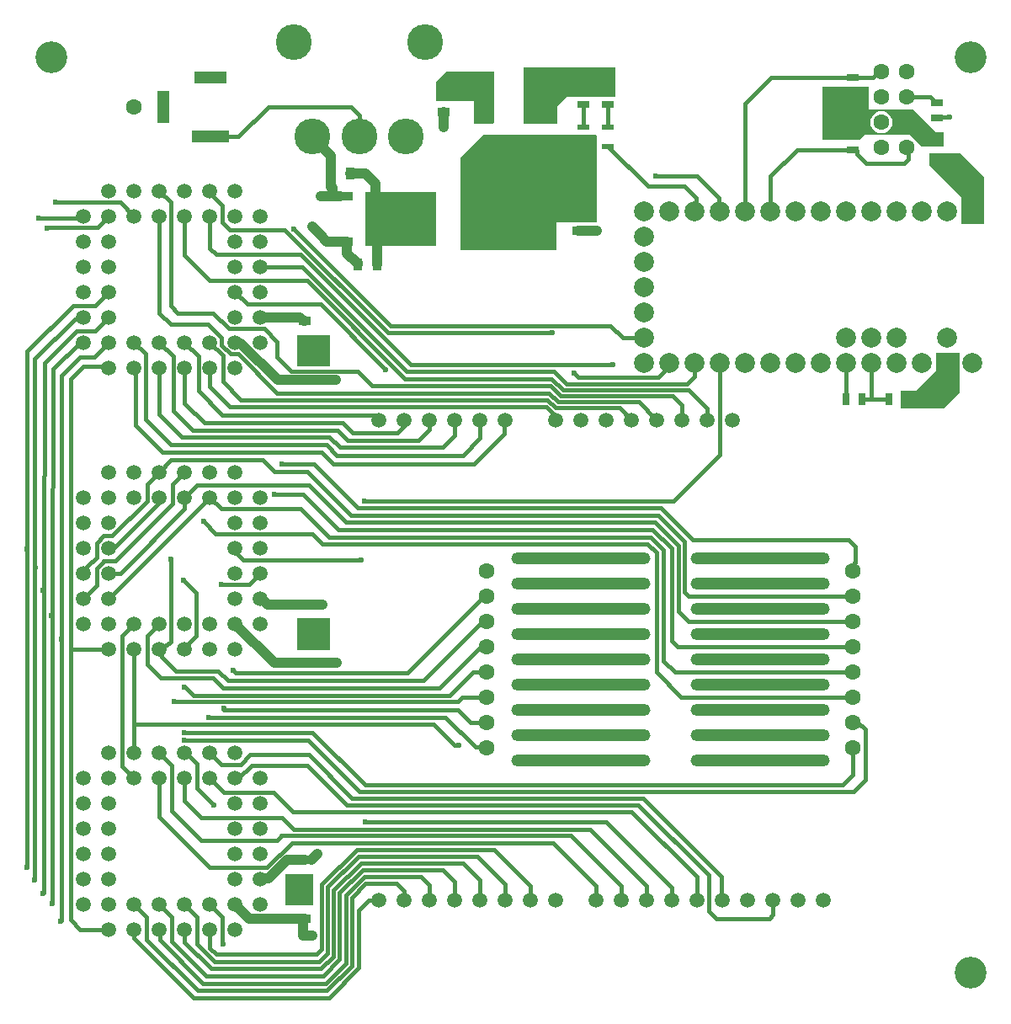
<source format=gtl>
G04*
G04 #@! TF.GenerationSoftware,Altium Limited,Altium Designer,19.0.12 (326)*
G04*
G04 Layer_Physical_Order=1*
G04 Layer_Color=255*
%FSLAX44Y44*%
%MOMM*%
G71*
G01*
G75*
%ADD13R,1.3000X0.9000*%
%ADD14R,7.1000X5.5000*%
%ADD15R,2.6000X0.9500*%
%ADD16R,0.9000X1.3000*%
%ADD17R,8.0000X7.0000*%
%ADD18R,1.6000X3.5000*%
%ADD19R,1.3000X0.7000*%
%ADD20R,1.2000X0.5000*%
%ADD21R,0.7000X1.3000*%
%ADD40C,0.4000*%
%ADD41C,1.0000*%
%ADD42C,1.6000*%
G04:AMPARAMS|DCode=43|XSize=14mm|YSize=1.2mm|CornerRadius=0.6mm|HoleSize=0mm|Usage=FLASHONLY|Rotation=0.000|XOffset=0mm|YOffset=0mm|HoleType=Round|Shape=RoundedRectangle|*
%AMROUNDEDRECTD43*
21,1,14.0000,0.0000,0,0,0.0*
21,1,12.8000,1.2000,0,0,0.0*
1,1,1.2000,6.4000,0.0000*
1,1,1.2000,-6.4000,0.0000*
1,1,1.2000,-6.4000,0.0000*
1,1,1.2000,6.4000,0.0000*
%
%ADD43ROUNDEDRECTD43*%
%ADD44C,2.0000*%
%ADD45C,3.6000*%
%ADD46R,1.3000X3.2000*%
%ADD47R,3.2000X1.3000*%
%ADD48R,3.7000X1.3000*%
%ADD49C,1.5000*%
%ADD50C,3.2000*%
%ADD51C,0.6000*%
G36*
X303530Y107296D02*
X275844D01*
Y138792D01*
X303530D01*
Y107296D01*
D02*
G37*
G36*
X320040Y364224D02*
X287020D01*
Y395720D01*
X320040D01*
Y364224D01*
D02*
G37*
G36*
Y649598D02*
X287020D01*
Y680720D01*
X320040D01*
Y649598D01*
D02*
G37*
G36*
X953770Y654743D02*
X953488Y652600D01*
X953770Y650457D01*
Y623824D01*
X954024Y623316D01*
X937514Y606806D01*
X894080D01*
Y624840D01*
X909320D01*
X929640Y645160D01*
Y662940D01*
X953770D01*
Y654743D01*
D02*
G37*
G36*
X485140Y894094D02*
X484236Y893201D01*
X464820Y893444D01*
Y915597D01*
X427618Y915597D01*
X426720Y916495D01*
X426720Y924500D01*
Y935240D01*
X436880Y945400D01*
X485140D01*
Y894094D01*
D02*
G37*
G36*
X607060Y949452D02*
X607314Y949347D01*
Y920242D01*
X558438D01*
X549148Y910952D01*
X549148Y893444D01*
X516267Y893197D01*
X515366Y894091D01*
X515366Y949198D01*
X515471Y949452D01*
X607060D01*
D02*
G37*
G36*
X588518Y880828D02*
Y794258D01*
X548132Y794258D01*
X548132Y766064D01*
X452218Y766064D01*
X451323Y766965D01*
X451917Y858522D01*
Y859139D01*
X474980Y881888D01*
X587458Y881888D01*
X588518Y880828D01*
D02*
G37*
G36*
X862584Y930656D02*
X862584Y907796D01*
X906272Y907796D01*
X921410Y892658D01*
Y892400D01*
X921668D01*
X929767Y884301D01*
X937969D01*
X938022Y884174D01*
Y870204D01*
X915670Y870204D01*
X903732Y882142D01*
X857758Y882142D01*
X852932Y877316D01*
X815469D01*
Y930656D01*
X819658D01*
X862584Y930656D01*
D02*
G37*
G36*
X977900Y839470D02*
Y792480D01*
X955040D01*
Y819150D01*
X923290Y850900D01*
Y863600D01*
X953770D01*
X977900Y839470D01*
D02*
G37*
%LPC*%
G36*
X875000Y905695D02*
X872128Y905317D01*
X869453Y904209D01*
X867155Y902445D01*
X865391Y900147D01*
X864283Y897472D01*
X863905Y894600D01*
X864283Y891728D01*
X865391Y889053D01*
X867155Y886755D01*
X869453Y884992D01*
X872128Y883883D01*
X875000Y883505D01*
X877872Y883883D01*
X880547Y884992D01*
X882845Y886755D01*
X884609Y889053D01*
X885717Y891728D01*
X886095Y894600D01*
X885717Y897472D01*
X884609Y900147D01*
X882845Y902445D01*
X880547Y904209D01*
X877872Y905317D01*
X875000Y905695D01*
D02*
G37*
%LPD*%
D13*
X295000Y694500D02*
D03*
Y675500D02*
D03*
Y635500D02*
D03*
Y654500D02*
D03*
X435000Y923500D02*
D03*
Y904500D02*
D03*
X570000Y804500D02*
D03*
Y785500D02*
D03*
X295000Y350500D02*
D03*
Y369500D02*
D03*
X294894Y152654D02*
D03*
Y133654D02*
D03*
Y93654D02*
D03*
Y112654D02*
D03*
X930910Y876250D02*
D03*
Y857250D02*
D03*
X295000Y390500D02*
D03*
Y409500D02*
D03*
D14*
X391382Y797560D02*
D03*
D15*
X330882Y774760D02*
D03*
Y820360D02*
D03*
D16*
X348640Y751840D02*
D03*
X367640D02*
D03*
X321360Y843280D02*
D03*
X340360D02*
D03*
D17*
X500000Y811000D02*
D03*
D18*
X475000Y914000D02*
D03*
X525000D02*
D03*
D19*
X575000Y927750D02*
D03*
Y912250D02*
D03*
X600000Y927750D02*
D03*
Y912250D02*
D03*
X930910Y898900D02*
D03*
Y914400D02*
D03*
X845900Y924500D02*
D03*
Y940000D02*
D03*
Y882650D02*
D03*
Y867150D02*
D03*
D20*
X600000Y889500D02*
D03*
Y870500D02*
D03*
X575000Y889500D02*
D03*
Y870500D02*
D03*
D21*
X839600Y615950D02*
D03*
X855100D02*
D03*
X882650D02*
D03*
X898150D02*
D03*
D40*
X23453Y133452D02*
Y656929D01*
X241554Y248158D02*
X297942D01*
X228346Y234950D02*
X241554Y248158D01*
X224950Y234950D02*
X228346D01*
X230365Y248850D02*
X240341Y258826D01*
X211050Y248850D02*
X230365D01*
X240341Y258826D02*
X298958D01*
X297942Y248158D02*
X337757Y208344D01*
X298958Y258826D02*
X342773Y215011D01*
X307086Y57912D02*
X312138Y62964D01*
X205994Y57912D02*
X307086D01*
X204343Y50673D02*
X309753D01*
X318138Y59058D01*
X200914Y43434D02*
X311503D01*
X324138Y56069D01*
X313357Y36195D02*
X330138Y52976D01*
X315873Y28956D02*
X336138Y49221D01*
X317119Y21717D02*
X342138Y46736D01*
X319278Y14478D02*
X349250Y44450D01*
Y102362D01*
X196215Y36195D02*
X313357D01*
X330138Y52976D02*
Y119778D01*
X183388Y14478D02*
X319278D01*
X192999Y28956D02*
X315873D01*
X393433Y114328D02*
X395050Y112712D01*
Y121332D01*
X187325Y21717D02*
X317119D01*
X336138Y49221D02*
Y117293D01*
X342138Y46736D02*
Y114808D01*
X136144Y72898D02*
X187325Y21717D01*
X149623Y72331D02*
X192999Y28956D01*
X161544Y70866D02*
X196215Y36195D01*
X161544Y70866D02*
Y95156D01*
X174150Y70198D02*
X200914Y43434D01*
X186944Y68072D02*
X204343Y50673D01*
X199550Y64356D02*
X205994Y57912D01*
X186944Y68072D02*
Y95156D01*
X312138Y62964D02*
Y128496D01*
X199550Y64356D02*
Y82550D01*
X356362Y191008D02*
X598170D01*
X664290Y124888D01*
X581914Y183642D02*
X638890Y126666D01*
X283869Y183642D02*
X581914D01*
X562920Y177236D02*
X613490Y126666D01*
X271153Y177236D02*
X562920D01*
X544407Y170349D02*
X588090Y126666D01*
X281912Y170349D02*
X544407D01*
X347105Y163463D02*
X485253D01*
X522050Y126666D01*
X348855Y156577D02*
X468263D01*
X496650Y128190D01*
X454575Y149691D02*
X471250Y133016D01*
X351508Y149691D02*
X454575D01*
X312138Y128496D02*
X347105Y163463D01*
X318138Y125860D02*
X348855Y156577D01*
X324138Y56069D02*
Y122320D01*
X351508Y149691D01*
X354763Y135918D02*
X412214D01*
X420450Y127682D01*
X330138Y119778D02*
X353107Y142748D01*
X336138Y117293D02*
X354763Y135918D01*
X318138Y59058D02*
Y125860D01*
X271861Y195650D02*
X283869Y183642D01*
X835914Y228346D02*
X845900Y238332D01*
X355854Y228346D02*
X835914D01*
X847027Y221679D02*
X858849Y233501D01*
X349822Y221679D02*
X847027D01*
X342773Y215011D02*
X635635D01*
X714248Y136398D01*
X630364Y208344D02*
X701190Y137518D01*
X337757Y208344D02*
X630364D01*
X623824Y201676D02*
X689690Y135810D01*
X282805Y201676D02*
X623824D01*
X263431Y221050D02*
X282805Y201676D01*
X298450Y273050D02*
X349822Y221679D01*
X303022Y281178D02*
X355854Y228346D01*
X183073Y318516D02*
X440944D01*
X174691Y326898D02*
X183073Y318516D01*
X163972Y312054D02*
X448706D01*
X453131Y316479D01*
X440944Y318516D02*
X464307Y341879D01*
X174150Y326898D02*
X174691D01*
X430784Y325882D02*
X472181Y367279D01*
X213106Y325882D02*
X430784D01*
X472181Y367279D02*
X477600D01*
X202692Y336296D02*
X213106Y325882D01*
X414528Y333248D02*
X473959Y392679D01*
X217678Y333248D02*
X414528D01*
X208026Y342900D02*
X217678Y333248D01*
X213614Y303784D02*
X449326D01*
X462031Y291079D01*
X198374Y296418D02*
X436366D01*
X466576Y266207D01*
X124874Y289052D02*
X424942D01*
X445770Y268224D01*
X123350Y365125D02*
Y368102D01*
Y287528D02*
Y365125D01*
Y287528D02*
X124874Y289052D01*
X173736Y281178D02*
X303022D01*
X313182Y470408D02*
X639986D01*
X302965Y480625D02*
X313182Y470408D01*
X319363Y477689D02*
X642959D01*
X291027Y506025D02*
X319363Y477689D01*
X293116Y520700D02*
X328845Y484971D01*
X645075D01*
X336804Y492252D02*
X647446D01*
X298958Y530098D02*
X336804Y492252D01*
X341655Y499533D02*
X650833D01*
X297629Y543560D02*
X341655Y499533D01*
X186723Y530098D02*
X298958D01*
X303920Y551044D02*
X348149Y506815D01*
X653203D01*
X639986Y470408D02*
X648622Y461772D01*
X642959Y477689D02*
X656115Y464534D01*
X645075Y484971D02*
X663956Y466090D01*
X647446Y492252D02*
X670560Y469138D01*
X663956Y373380D02*
Y466090D01*
X670560Y402844D02*
Y469138D01*
X650833Y499533D02*
X677100Y473266D01*
X653203Y506815D02*
X685378Y474640D01*
X841756D01*
X677100Y422462D02*
Y473266D01*
X148750Y231554D02*
X150448Y233252D01*
X257274Y145288D02*
X281912Y169926D01*
X267019Y172650D02*
X271153Y176784D01*
X353107Y142804D02*
X433832D01*
Y142748D02*
X445850Y130730D01*
X199644Y145288D02*
X257274D01*
X41065Y398778D02*
X41080Y404114D01*
X41042Y390904D02*
X41065Y398778D01*
X32350Y423924D02*
X32364Y429007D01*
X32292Y403858D02*
X32350Y423924D01*
X663956Y373380D02*
X670057Y367279D01*
X670560Y402844D02*
X680725Y392679D01*
X677100Y422462D02*
X681482Y418079D01*
X656115Y353282D02*
Y464534D01*
X465074Y550672D02*
X495985Y581583D01*
X323946Y550672D02*
X465074D01*
X312008Y562610D02*
X323946Y550672D01*
X930910Y898900D02*
X931424Y899414D01*
X943610D01*
X359600Y112712D02*
X369650D01*
X349250Y102362D02*
X359600Y112712D01*
X765890Y97616D02*
Y112712D01*
X762254Y93980D02*
X765890Y97616D01*
X708660Y93980D02*
X762254D01*
X858849Y233501D02*
Y283897D01*
X851667Y291079D02*
X858849Y283897D01*
X845900Y291079D02*
X851667D01*
X845900Y238332D02*
Y265679D01*
X316738Y570230D02*
X327406Y559562D01*
X160020Y570230D02*
X316738D01*
X134620Y595630D02*
X160020Y570230D01*
X152146Y562610D02*
X312008D01*
X124460Y590296D02*
X152146Y562610D01*
X252730Y554990D02*
X264160Y543560D01*
X160815Y554990D02*
X252730D01*
X148750Y542925D02*
X160815Y554990D01*
X319978Y578104D02*
X330392Y567690D01*
X171450Y578104D02*
X319978D01*
X148750Y600804D02*
X171450Y578104D01*
X328010Y584708D02*
X338424Y574294D01*
X182626Y584708D02*
X328010D01*
X162650Y604684D02*
X182626Y584708D01*
X194056Y592328D02*
X333248D01*
X174150Y612234D02*
X194056Y592328D01*
X333248D02*
X343408Y582168D01*
X212344Y599948D02*
X365014D01*
X188050Y624242D02*
X212344Y599948D01*
X365014D02*
X369650Y595312D01*
X148750Y82550D02*
X149623Y81677D01*
Y72331D02*
Y81677D01*
X174150Y70198D02*
Y82550D01*
X123350Y74516D02*
X183388Y14478D01*
X136144Y72898D02*
Y95156D01*
X123350Y74516D02*
Y82550D01*
X387350Y129032D02*
X395050Y121332D01*
X356362Y129032D02*
X387350D01*
X342138Y114808D02*
X356362Y129032D01*
X714248Y113554D02*
Y136398D01*
X701190Y101450D02*
Y137518D01*
X173990Y273050D02*
X298450D01*
X258826Y910336D02*
X341364D01*
X228490Y880000D02*
X258826Y910336D01*
X200000Y880000D02*
X228490D01*
X341364Y910336D02*
X350000Y901700D01*
X848360Y451822D02*
Y468036D01*
X848196Y451658D02*
X848360Y451822D01*
X848196Y445775D02*
Y451658D01*
X845900Y443479D02*
X848196Y445775D01*
X841756Y474640D02*
X848360Y468036D01*
X350000Y880000D02*
Y901700D01*
X701190Y101450D02*
X708660Y93980D01*
X638890Y112712D02*
Y126666D01*
X689690Y112712D02*
Y135810D01*
X664290Y112712D02*
Y124888D01*
X191078Y172650D02*
X267019D01*
X897890Y853440D02*
X901700Y857250D01*
Y867900D01*
X900400Y869200D02*
X901700Y867900D01*
X859610Y853440D02*
X897890D01*
X850400Y862650D02*
X859610Y853440D01*
X850400Y862650D02*
Y865650D01*
X848900Y867150D02*
X850400Y865650D01*
X845900Y867150D02*
X848900D01*
X789940D02*
X845900D01*
X763400Y840610D02*
X789940Y867150D01*
X763400Y805000D02*
Y840610D01*
X764250Y940000D02*
X845900D01*
X738000Y913750D02*
X764250Y940000D01*
X738000Y805000D02*
Y913750D01*
X688340Y806140D02*
Y818657D01*
X687200Y805000D02*
X688340Y806140D01*
X676801Y830196D02*
X688340Y818657D01*
X640304Y830196D02*
X676801D01*
X689610Y840740D02*
X711693Y818657D01*
Y805907D02*
Y818657D01*
Y805907D02*
X712600Y805000D01*
X647700Y840740D02*
X689610D01*
X378438Y683006D02*
X543306D01*
X543560Y683260D01*
X602420Y690260D02*
X614680Y678000D01*
X381083Y690260D02*
X602420D01*
X284229Y787115D02*
X381083Y690260D01*
X401423Y650748D02*
X604520D01*
X614680Y678000D02*
X636400D01*
X540973Y622300D02*
X549828Y613444D01*
X267462Y622300D02*
X540973D01*
X228162Y661600D02*
X267462Y622300D01*
X264160Y520700D02*
X293116D01*
X264160Y543560D02*
X297629D01*
X272034Y551044D02*
X303920D01*
X225806Y340614D02*
X398018D01*
X222758Y343662D02*
X225806Y340614D01*
X398018D02*
X475483Y418079D01*
X173228Y434086D02*
X185650Y421664D01*
Y377928D02*
Y421664D01*
X205683Y480625D02*
X302965D01*
X174150Y517525D02*
X186723Y530098D01*
X211050Y506025D02*
X291027D01*
X453131Y316479D02*
X477600D01*
X466576Y266207D02*
X477072D01*
X68994Y798576D02*
X70010Y797560D01*
X475483Y418079D02*
X477600D01*
X473959Y392679D02*
X477600D01*
X274999Y786445D02*
X378438Y683006D01*
X397510Y644144D02*
X545846D01*
X292354Y749300D02*
X397510Y644144D01*
X250350Y749300D02*
X292354D01*
X395986Y636778D02*
X543465D01*
X297364Y735400D02*
X395986Y636778D01*
X199320Y735400D02*
X297364D01*
X445770Y268224D02*
X450088D01*
X220187Y661600D02*
X228162D01*
X254324Y687000D02*
X267208Y674116D01*
Y658876D02*
Y674116D01*
Y658876D02*
X281584Y644500D01*
X212852Y633730D02*
Y659798D01*
X199550Y673100D02*
X212852Y659798D01*
X600000Y870500D02*
X640304Y830196D01*
X281584Y644500D02*
X348386D01*
X363062Y629824D01*
X541934D01*
X161290Y202438D02*
X191078Y172650D01*
X211017Y429825D02*
X238850D01*
X210820Y430022D02*
X211017Y429825D01*
X238850D02*
X250350Y441325D01*
X193040Y493268D02*
X205683Y480625D01*
X224950Y463136D02*
X233426Y454660D01*
X224950Y463136D02*
Y466725D01*
X233426Y454660D02*
X352044D01*
X219649Y786445D02*
X274999D01*
X212344Y793750D02*
X219649Y786445D01*
X212344Y793750D02*
Y810768D01*
X199550Y823562D02*
X212344Y810768D01*
X199550Y823562D02*
Y825500D01*
X186690Y224790D02*
X203454Y208026D01*
X186690Y224790D02*
Y249174D01*
X175514Y260350D02*
X186690Y249174D01*
X174150Y260350D02*
X175514D01*
X190684Y195650D02*
X271861D01*
X174150Y212184D02*
X190684Y195650D01*
X174150Y212184D02*
Y234950D01*
X161290Y202438D02*
Y247810D01*
X148750Y196182D02*
X199644Y145288D01*
X148750Y196182D02*
Y231554D01*
Y260350D02*
X161290Y247810D01*
X148750Y234950D02*
X150448Y233252D01*
X213450Y221050D02*
X263431D01*
X420450Y112712D02*
Y127682D01*
X199550Y234950D02*
X213450Y221050D01*
X496650Y112712D02*
Y128190D01*
X714248Y113554D02*
X715090Y112712D01*
X199550Y260350D02*
X211050Y248850D01*
X376174Y645922D02*
Y646176D01*
X310896Y711454D02*
X376174Y646176D01*
X237396Y711454D02*
X310896D01*
X224950Y723900D02*
X237396Y711454D01*
X290679Y761492D02*
X401423Y650748D01*
X205740Y761492D02*
X290679D01*
X167386Y702818D02*
X202692D01*
X160250Y709954D02*
X167386Y702818D01*
X160250Y709954D02*
Y814000D01*
X202692Y702818D02*
X218510Y687000D01*
X254324D01*
X354838Y514096D02*
X666242D01*
Y514096D02*
X712600Y560454D01*
Y652600D01*
X680878Y625444D02*
X699516Y606806D01*
X554799Y625444D02*
X680878D01*
X674450Y595312D02*
Y610028D01*
X665034Y619444D02*
X674450Y610028D01*
X552314Y619444D02*
X665034D01*
X699516Y595646D02*
Y606806D01*
X160528Y372693D02*
Y455676D01*
X156401Y368566D02*
X160528Y372693D01*
X155168Y368566D02*
X156401D01*
X151727Y365125D02*
X155168Y368566D01*
X148750Y365125D02*
X151727D01*
X174150Y366428D02*
X185650Y377928D01*
X174150Y365125D02*
Y366428D01*
X462031Y291079D02*
X477600D01*
X464307Y341879D02*
X477600D01*
X165100Y342900D02*
X208026D01*
X149860Y336296D02*
X202692D01*
X136652Y349504D02*
X149860Y336296D01*
X123350Y260350D02*
Y287528D01*
X150855Y357145D02*
X165100Y342900D01*
X150855Y357145D02*
Y363020D01*
X148750Y365125D02*
X150855Y363020D01*
X174150Y760570D02*
X199320Y735400D01*
X566166Y642112D02*
X570230Y638048D01*
X651002D01*
X661800Y648846D01*
Y652600D01*
X558546Y631444D02*
X679704D01*
X545846Y644144D02*
X558546Y631444D01*
X543465Y636778D02*
X554799Y625444D01*
X541934Y629824D02*
X552314Y619444D01*
X539091Y615696D02*
X547343Y607444D01*
X230886Y615696D02*
X539091D01*
X543674Y602064D02*
Y602628D01*
X537972Y608330D02*
X543674Y602628D01*
X219964Y608330D02*
X537972D01*
X549828Y613444D02*
X630918D01*
X547343Y607444D02*
X611518D01*
X679704Y631444D02*
X687200Y638940D01*
X630918Y613444D02*
X649050Y595312D01*
X611518Y607444D02*
X623650Y595312D01*
X687200Y638940D02*
Y652600D01*
X543674Y602064D02*
X547450Y598288D01*
Y595312D02*
Y598288D01*
X212852Y633730D02*
X230886Y615696D01*
X199550Y628744D02*
X219964Y608330D01*
X699516Y595646D02*
X699850Y595312D01*
X872057Y945400D02*
X875000D01*
X866657Y940000D02*
X872057Y945400D01*
X845900Y940000D02*
X866657D01*
X924067Y920000D02*
X926410Y917657D01*
Y915900D02*
Y917657D01*
Y915900D02*
X927910Y914400D01*
X930910D01*
X900400Y920000D02*
X924067D01*
X575000Y889500D02*
Y912250D01*
X600000Y889500D02*
Y912250D01*
X864362Y615950D02*
X882650D01*
X855100D02*
X864362D01*
X865000Y616588D01*
Y652600D01*
X839600Y615950D02*
Y652600D01*
X199550Y767682D02*
X205740Y761492D01*
X199550Y767682D02*
Y800100D01*
X148750Y825500D02*
X160250Y814000D01*
X174150Y760570D02*
Y800100D01*
X160020Y691642D02*
X197271D01*
X211050Y670737D02*
X220187Y661600D01*
X211050Y670737D02*
Y677863D01*
X197271Y691642D02*
X211050Y677863D01*
X148750Y702912D02*
X160020Y691642D01*
X148750Y702912D02*
Y800100D01*
X477072Y266207D02*
X477600Y265679D01*
X136652Y349504D02*
Y378427D01*
X148750Y390525D01*
X495985Y581583D02*
Y594647D01*
X453898Y559562D02*
X471250Y576914D01*
X327406Y559562D02*
X453898D01*
X433578Y567690D02*
X445850Y579962D01*
X330392Y567690D02*
X433578D01*
X395050Y588852D02*
Y595312D01*
X388366Y582168D02*
X395050Y588852D01*
X343408Y582168D02*
X388366D01*
X420450Y585550D02*
Y595312D01*
X409194Y574294D02*
X420450Y585550D01*
X338424Y574294D02*
X409194D01*
X199550Y628744D02*
Y647700D01*
X136750Y530925D02*
X148750Y542925D01*
X188050Y624242D02*
Y659200D01*
X174150Y673100D02*
X188050Y659200D01*
X174150Y612234D02*
Y647700D01*
X471250Y576914D02*
Y595312D01*
X445850Y579962D02*
Y595312D01*
X124460Y590296D02*
Y646590D01*
X123350Y647700D02*
X124460Y646590D01*
X162650Y604684D02*
Y659200D01*
X148750Y673100D02*
X162650Y659200D01*
X148750Y600804D02*
Y647700D01*
X134620Y595630D02*
Y642707D01*
X134850Y642937D01*
Y661600D01*
X123350Y673100D02*
X134850Y661600D01*
X495985Y594647D02*
X496650Y595312D01*
X199550Y517525D02*
X211050Y506025D01*
X656115Y353282D02*
X667517Y341879D01*
X648622Y341470D02*
Y461772D01*
Y341470D02*
X673613Y316479D01*
X148750Y512224D02*
Y517525D01*
X103251Y466725D02*
X148750Y512224D01*
X97950Y466725D02*
X103251D01*
X136750Y513954D02*
Y530925D01*
X101521Y478725D02*
X136750Y513954D01*
X92979Y478725D02*
X101521D01*
X85598Y457200D02*
Y471344D01*
X92979Y478725D01*
X76743Y448345D02*
X85598Y457200D01*
X72550Y444031D02*
X76743Y448224D01*
Y448345D01*
X72550Y441325D02*
Y444031D01*
X681482Y418079D02*
X845900D01*
X174150Y506312D02*
Y517525D01*
Y506312D02*
X174242Y506220D01*
X109347Y441325D02*
X174242Y506220D01*
X100656Y441325D02*
X109347D01*
X100402Y441071D02*
X100656Y441325D01*
X100236Y441071D02*
X100402D01*
X680725Y392679D02*
X845900D01*
X162150Y530925D02*
X174150Y542925D01*
X162150Y510892D02*
Y530925D01*
X92845Y453325D02*
X104583D01*
X162150Y510892D01*
X92845Y453190D02*
Y453325D01*
X85950Y446296D02*
X92845Y453190D01*
X85950Y429325D02*
Y446296D01*
X72550Y415925D02*
X85950Y429325D01*
X670057Y367279D02*
X845900D01*
X97950Y415925D02*
X199550Y517525D01*
X667517Y341879D02*
X845900D01*
X673613Y316479D02*
X845900D01*
X27178Y798576D02*
X68994D01*
X35814Y788162D02*
X36197Y788545D01*
X44126Y814000D02*
X109450D01*
X123350Y800100D01*
X86395Y788545D02*
X97950Y800100D01*
X36197Y788545D02*
X86395D01*
X70010Y797560D02*
X72550Y800100D01*
X16002Y145796D02*
Y465074D01*
X15748Y145542D02*
X16002Y145796D01*
Y465074D02*
Y664718D01*
X61784Y710500D01*
X23453Y656929D02*
X63500Y696976D01*
X65848Y685100D02*
X84550D01*
X32992Y652244D02*
X65848Y685100D01*
X32992Y647351D02*
Y652244D01*
X71026Y696976D02*
X72550Y698500D01*
X63500Y696976D02*
X71026D01*
X22860Y132859D02*
X23453Y133452D01*
X22860Y132588D02*
Y132859D01*
X50292Y91965D02*
Y374650D01*
Y639826D01*
X41007Y110068D02*
Y378793D01*
X49784Y91457D02*
X50292Y91965D01*
Y639826D02*
X68834Y658368D01*
X41080Y404114D02*
X41776Y646296D01*
X32364Y429007D02*
X32992Y647351D01*
X41007Y378793D02*
X41042Y390904D01*
X41776Y646296D02*
X68580Y673100D01*
X59316Y636404D02*
X72136Y649224D01*
X59316Y92576D02*
Y636404D01*
X60198Y365125D02*
X97950D01*
X49784Y91186D02*
Y91457D01*
X83218Y658368D02*
X97950Y673100D01*
X68834Y658368D02*
X83218D01*
X97950Y517525D02*
Y519270D01*
X199550Y390525D02*
X202256D01*
X68580Y673100D02*
X72550D01*
X32230Y382429D02*
X32292Y403858D01*
X61784Y710500D02*
X84550D01*
X97950Y723900D01*
X41007Y110068D02*
X41211Y109864D01*
Y109157D02*
Y109864D01*
Y109157D02*
X41402Y108966D01*
X32230Y120313D02*
Y382429D01*
X31941Y120024D02*
X32230Y120313D01*
X31941Y119317D02*
Y120024D01*
X31750Y119126D02*
X31941Y119317D01*
X84550Y685100D02*
X97950Y698500D01*
X59316Y92576D02*
X69342Y82550D01*
X97950D01*
X72136Y649224D02*
X96426D01*
X97950Y647700D01*
Y107602D02*
Y107950D01*
X111252Y247048D02*
Y378427D01*
X123350Y390525D01*
X111252Y247048D02*
X123350Y234950D01*
X174150Y260350D02*
Y262034D01*
X613490Y112712D02*
Y126666D01*
X588090Y112712D02*
Y126666D01*
X471250Y112712D02*
Y133016D01*
X445850Y112712D02*
Y130730D01*
X522050Y112712D02*
Y126666D01*
X212344Y68834D02*
X212598Y68580D01*
X212344Y68834D02*
Y95156D01*
X199550Y107950D02*
X212344Y95156D01*
X174150Y107950D02*
X186944Y95156D01*
X148750Y107950D02*
X161544Y95156D01*
X123350Y107950D02*
X136144Y95156D01*
D41*
X277368Y152654D02*
X294894D01*
X259021Y134307D02*
X277368Y152654D01*
X301998Y153154D02*
X307594Y158750D01*
X309850Y782350D02*
X317440Y774760D01*
X302260Y789940D02*
X309850Y782350D01*
X251307Y134307D02*
X259021D01*
X250350Y133350D02*
X251307Y134307D01*
X258128Y409500D02*
X295000D01*
X317440Y774760D02*
X330882D01*
X323132Y820360D02*
X330882D01*
X310896D02*
X323132D01*
X321360Y829882D02*
Y843280D01*
X322882Y820610D02*
X323132Y820360D01*
X322882Y820610D02*
Y828360D01*
X321360Y829882D02*
X322882Y828360D01*
X307594Y874908D02*
X321360Y861142D01*
X307594Y874908D02*
Y875406D01*
X303000Y880000D02*
X307594Y875406D01*
X267690Y635254D02*
X317246D01*
X264447Y351028D02*
X327406D01*
X367640Y751840D02*
Y797560D01*
X388260D02*
X391382D01*
X367640D02*
X388260D01*
X348640Y751840D02*
Y752840D01*
X348140Y753340D02*
X348640Y752840D01*
X347140Y753340D02*
X348140D01*
X337783Y762697D02*
X347140Y753340D01*
X337783Y762697D02*
Y774510D01*
X337533Y774760D02*
X337783Y774510D01*
X330882Y774760D02*
X337533D01*
X365760Y820060D02*
X388260Y797560D01*
X365760Y820060D02*
Y833120D01*
X355600Y843280D02*
X365760Y833120D01*
X340360Y843280D02*
X355600D01*
X321360D02*
Y861142D01*
X435000Y896366D02*
Y904500D01*
Y889420D02*
Y896366D01*
X581660Y785500D02*
X588386D01*
X570000D02*
X581660D01*
X317246Y635254D02*
X326390D01*
X230801Y672143D02*
X267690Y635254D01*
X293624Y76962D02*
Y93154D01*
Y76962D02*
X303000D01*
X293624Y93154D02*
X293920Y93450D01*
X294690D01*
X239450D02*
X293920D01*
X224950Y107950D02*
X239450Y93450D01*
X294690D02*
X294894Y93654D01*
X295052Y409448D02*
X312420D01*
X295000Y409500D02*
X295052Y409448D01*
X250350Y698500D02*
X290000D01*
X294000Y694500D01*
X295000D01*
X224950Y390525D02*
X264447Y351028D01*
X251703Y415925D02*
X258128Y409500D01*
X250350Y415925D02*
X251703D01*
X224950Y673100D02*
X225907Y672143D01*
X230801D01*
X588518Y785368D02*
X588772D01*
X588386Y785500D02*
X588518Y785368D01*
D42*
X477600Y443479D02*
D03*
Y418079D02*
D03*
Y392679D02*
D03*
Y367279D02*
D03*
Y341879D02*
D03*
Y316479D02*
D03*
Y291079D02*
D03*
Y265679D02*
D03*
X845900D02*
D03*
Y291079D02*
D03*
Y316479D02*
D03*
Y341879D02*
D03*
Y367279D02*
D03*
Y392679D02*
D03*
Y418079D02*
D03*
Y443479D02*
D03*
X900400Y869200D02*
D03*
Y894600D02*
D03*
Y920000D02*
D03*
Y945400D02*
D03*
X875000D02*
D03*
Y920000D02*
D03*
Y894600D02*
D03*
Y869200D02*
D03*
X123350Y909800D02*
D03*
D43*
X753190Y430779D02*
D03*
Y456179D02*
D03*
Y405379D02*
D03*
Y379979D02*
D03*
Y354579D02*
D03*
Y329179D02*
D03*
Y303779D02*
D03*
Y278379D02*
D03*
Y252979D02*
D03*
X572850D02*
D03*
Y278379D02*
D03*
Y303779D02*
D03*
Y329179D02*
D03*
Y354579D02*
D03*
Y379979D02*
D03*
Y405379D02*
D03*
Y456179D02*
D03*
Y430779D02*
D03*
D44*
X839600Y678000D02*
D03*
X865000D02*
D03*
X890400D02*
D03*
X941200D02*
D03*
X966600Y652600D02*
D03*
X941200D02*
D03*
X915800D02*
D03*
X890400D02*
D03*
X865000D02*
D03*
X839600D02*
D03*
X814200D02*
D03*
X788800D02*
D03*
X763400D02*
D03*
X738000D02*
D03*
X712600D02*
D03*
X687200D02*
D03*
X661800D02*
D03*
X636400D02*
D03*
Y678000D02*
D03*
Y703400D02*
D03*
Y728800D02*
D03*
Y754200D02*
D03*
Y779600D02*
D03*
Y805000D02*
D03*
X661800D02*
D03*
X687200D02*
D03*
X712600D02*
D03*
X738000D02*
D03*
X763400D02*
D03*
X788800D02*
D03*
X814200D02*
D03*
X839600D02*
D03*
X865000D02*
D03*
X890400D02*
D03*
X915800D02*
D03*
X941200D02*
D03*
X966600D02*
D03*
D45*
X350000Y880000D02*
D03*
X416000Y975300D02*
D03*
X284000D02*
D03*
X397000Y880000D02*
D03*
X303000D02*
D03*
D46*
X153000Y910000D02*
D03*
D47*
X200000Y940000D02*
D03*
D48*
Y880000D02*
D03*
D49*
X547450Y595312D02*
D03*
X572850D02*
D03*
X598250D02*
D03*
X623650D02*
D03*
X649050D02*
D03*
X674450D02*
D03*
X699850D02*
D03*
X725250D02*
D03*
X588090Y112712D02*
D03*
X613490D02*
D03*
X664290D02*
D03*
X689690D02*
D03*
X715090D02*
D03*
X740490D02*
D03*
X765890D02*
D03*
X791290D02*
D03*
X816690D02*
D03*
X638890D02*
D03*
X547450D02*
D03*
X522050D02*
D03*
X496650D02*
D03*
X471250D02*
D03*
X445850D02*
D03*
X420450D02*
D03*
X395050D02*
D03*
X369650D02*
D03*
Y595312D02*
D03*
X395050D02*
D03*
X420450D02*
D03*
X445850D02*
D03*
X471250D02*
D03*
X496650D02*
D03*
X224950Y825500D02*
D03*
X199550D02*
D03*
X174150D02*
D03*
X148750D02*
D03*
X123350D02*
D03*
X97950D02*
D03*
X250350Y800100D02*
D03*
X224950D02*
D03*
X199550D02*
D03*
X174150D02*
D03*
X148750D02*
D03*
X123350D02*
D03*
X97950D02*
D03*
X72550D02*
D03*
X250350Y774700D02*
D03*
X224950D02*
D03*
X97950D02*
D03*
X72550D02*
D03*
X250350Y749300D02*
D03*
X224950D02*
D03*
X97950D02*
D03*
X72550D02*
D03*
X250350Y723900D02*
D03*
X224950D02*
D03*
X97950D02*
D03*
X72550D02*
D03*
X250350Y698500D02*
D03*
X224950D02*
D03*
X97950D02*
D03*
X72550D02*
D03*
X250350Y673100D02*
D03*
X224950D02*
D03*
X199550D02*
D03*
X174150D02*
D03*
X148750D02*
D03*
X123350D02*
D03*
X97950D02*
D03*
X72550D02*
D03*
X224950Y647700D02*
D03*
X199550D02*
D03*
X174150D02*
D03*
X148750D02*
D03*
X123350D02*
D03*
X97950D02*
D03*
X224950Y260350D02*
D03*
X199550D02*
D03*
X174150D02*
D03*
X148750D02*
D03*
X123350D02*
D03*
X97950D02*
D03*
X250350Y234950D02*
D03*
X224950D02*
D03*
X199550D02*
D03*
X174150D02*
D03*
X148750D02*
D03*
X123350D02*
D03*
X97950D02*
D03*
X72550D02*
D03*
X250350Y209550D02*
D03*
X224950D02*
D03*
X97950D02*
D03*
X72550D02*
D03*
X250350Y184150D02*
D03*
X224950D02*
D03*
X97950D02*
D03*
X72550D02*
D03*
X250350Y158750D02*
D03*
X224950D02*
D03*
X97950D02*
D03*
X72550D02*
D03*
X250350Y133350D02*
D03*
X224950D02*
D03*
X97950D02*
D03*
X72550D02*
D03*
X250350Y107950D02*
D03*
X224950D02*
D03*
X199550D02*
D03*
X174150D02*
D03*
X148750D02*
D03*
X123350D02*
D03*
X97950D02*
D03*
X72550D02*
D03*
X224950Y82550D02*
D03*
X199550D02*
D03*
X174150D02*
D03*
X148750D02*
D03*
X123350D02*
D03*
X97950D02*
D03*
X224950Y542925D02*
D03*
X199550D02*
D03*
X174150D02*
D03*
X148750D02*
D03*
X123350D02*
D03*
X97950D02*
D03*
X250350Y517525D02*
D03*
X224950D02*
D03*
X199550D02*
D03*
X174150D02*
D03*
X148750D02*
D03*
X123350D02*
D03*
X97950D02*
D03*
X72550D02*
D03*
X250350Y492125D02*
D03*
X224950D02*
D03*
X97950D02*
D03*
X72550D02*
D03*
X250350Y466725D02*
D03*
X224950D02*
D03*
X97950D02*
D03*
X72550D02*
D03*
X250350Y441325D02*
D03*
X224950D02*
D03*
X97950D02*
D03*
X72550D02*
D03*
X250350Y415925D02*
D03*
X224950D02*
D03*
X97950D02*
D03*
X72550D02*
D03*
X250350Y390525D02*
D03*
X224950D02*
D03*
X199550D02*
D03*
X174150D02*
D03*
X148750D02*
D03*
X123350D02*
D03*
X97950D02*
D03*
X72550D02*
D03*
X224950Y365125D02*
D03*
X199550D02*
D03*
X174150D02*
D03*
X148750D02*
D03*
X123350D02*
D03*
X97950D02*
D03*
D50*
X965000Y960000D02*
D03*
Y40000D02*
D03*
X40000Y960000D02*
D03*
D51*
X943610Y899414D02*
D03*
X212598Y68580D02*
D03*
X356362Y191008D02*
D03*
X163972Y312054D02*
D03*
X309850Y782350D02*
D03*
X302260Y789940D02*
D03*
X310896Y820360D02*
D03*
X376174Y784078D02*
D03*
Y811000D02*
D03*
X543560Y683260D02*
D03*
X647700Y840740D02*
D03*
X604520Y650748D02*
D03*
X264160Y520700D02*
D03*
X326390Y635254D02*
D03*
X303000Y76962D02*
D03*
X315722Y351282D02*
D03*
X327406Y351028D02*
D03*
X404912Y810748D02*
D03*
Y784078D02*
D03*
X918210Y615950D02*
D03*
X952500Y855980D02*
D03*
X556260Y866140D02*
D03*
X463550Y941050D02*
D03*
X435000Y896366D02*
D03*
X581660Y785500D02*
D03*
X566928Y877570D02*
D03*
X561848Y871728D02*
D03*
X450088Y268224D02*
D03*
X474980Y941070D02*
D03*
X825754Y882202D02*
D03*
Y924052D02*
D03*
X317246Y635254D02*
D03*
X312420Y409448D02*
D03*
X307594Y158750D02*
D03*
X293624Y76962D02*
D03*
X210820Y430022D02*
D03*
X193040Y493268D02*
D03*
X352044Y454660D02*
D03*
X284229Y787115D02*
D03*
X203454Y208026D02*
D03*
X376174Y645922D02*
D03*
X222758Y343662D02*
D03*
X213614Y305054D02*
D03*
X173990Y273050D02*
D03*
X173736Y281178D02*
D03*
X354838Y514096D02*
D03*
X160528Y455676D02*
D03*
X173228Y434086D02*
D03*
X566166Y642112D02*
D03*
X600000Y942830D02*
D03*
X575000D02*
D03*
X524764Y941672D02*
D03*
X435000Y889420D02*
D03*
X391382Y797560D02*
D03*
X588772Y785368D02*
D03*
X316090Y369558D02*
D03*
X316230Y390640D02*
D03*
Y675640D02*
D03*
X316090Y654558D02*
D03*
X198374Y296418D02*
D03*
X174150Y326898D02*
D03*
X272034Y551044D02*
D03*
X27178Y798576D02*
D03*
X35814Y788162D02*
D03*
X44126Y814000D02*
D03*
X40306Y398780D02*
D03*
X16002Y465074D02*
D03*
X50292Y374650D02*
D03*
X31750Y423926D02*
D03*
X23876Y446786D02*
D03*
X15748Y145542D02*
D03*
X22860Y132588D02*
D03*
X49784Y91186D02*
D03*
X31750Y119126D02*
D03*
X41402Y108966D02*
D03*
X279654Y133712D02*
D03*
Y112712D02*
D03*
M02*

</source>
